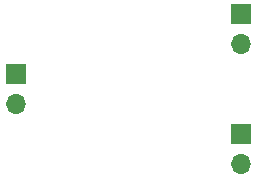
<source format=gbr>
%TF.GenerationSoftware,KiCad,Pcbnew,6.0.2+dfsg-1*%
%TF.CreationDate,2023-01-01T10:44:38-05:00*%
%TF.ProjectId,LM317,4c4d3331-372e-46b6-9963-61645f706362,rev?*%
%TF.SameCoordinates,Original*%
%TF.FileFunction,Soldermask,Bot*%
%TF.FilePolarity,Negative*%
%FSLAX46Y46*%
G04 Gerber Fmt 4.6, Leading zero omitted, Abs format (unit mm)*
G04 Created by KiCad (PCBNEW 6.0.2+dfsg-1) date 2023-01-01 10:44:38*
%MOMM*%
%LPD*%
G01*
G04 APERTURE LIST*
%ADD10R,1.700000X1.700000*%
%ADD11O,1.700000X1.700000*%
G04 APERTURE END LIST*
D10*
%TO.C,J3*%
X104140000Y-66040000D03*
D11*
X104140000Y-68580000D03*
%TD*%
D10*
%TO.C,J2*%
X104140000Y-55880000D03*
D11*
X104140000Y-58420000D03*
%TD*%
D10*
%TO.C,J1*%
X85090000Y-60955000D03*
D11*
X85090000Y-63495000D03*
%TD*%
M02*

</source>
